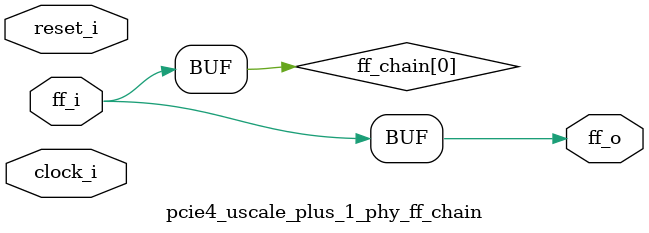
<source format=v>
/*****************************************************************************
** Description:
**    Flop Chain
**
******************************************************************************/

`timescale 1ps/1ps

`define AS_PHYREG(clk, reset, q, d, rstval)  \
   always @(posedge clk or posedge reset) begin \
      if (reset) \
         q  <= #(TCQ)   rstval;  \
      else  \
         q  <= #(TCQ)   d; \
   end

`define PHYREG(clk, reset, q, d, rstval)  \
   always @(posedge clk) begin \
      if (reset) \
         q  <= #(TCQ)   rstval;  \
      else  \
         q  <= #(TCQ)   d; \
   end

(* DowngradeIPIdentifiedWarnings = "yes" *)
module pcie4_uscale_plus_1_phy_ff_chain #(
   // Parameters
   parameter integer PIPELINE_STAGES   = 0,        // 0 = no pipeline; 1 = 1 stage; 2 = 2 stages; 3 = 3 stages
   parameter         ASYNC             = "FALSE",
   parameter integer FF_WIDTH          = 1,
   parameter integer RST_VAL           = 0,
   parameter integer TCQ               = 1
)  (   
   input  wire                         clock_i,          
   input  wire                         reset_i,           
   input  wire [FF_WIDTH-1:0]          ff_i,            
   output wire [FF_WIDTH-1:0]          ff_o        
   );

   genvar   var_i;

   reg   [FF_WIDTH-1:0]          ff_chain [PIPELINE_STAGES:0];

   always @(*) ff_chain[0] = ff_i;

generate
   if (PIPELINE_STAGES > 0) begin:  with_ff_chain
      for (var_i = 0; var_i < PIPELINE_STAGES; var_i = var_i + 1) begin: ff_chain_gen
         if (ASYNC == "TRUE") begin: async_rst
            `AS_PHYREG(clock_i, reset_i, ff_chain[var_i+1], ff_chain[var_i], RST_VAL)
         end else begin: sync_rst
            `PHYREG(clock_i, reset_i, ff_chain[var_i+1], ff_chain[var_i], RST_VAL)
         end
      end
   end
endgenerate

   assign ff_o = ff_chain[PIPELINE_STAGES];

endmodule

</source>
